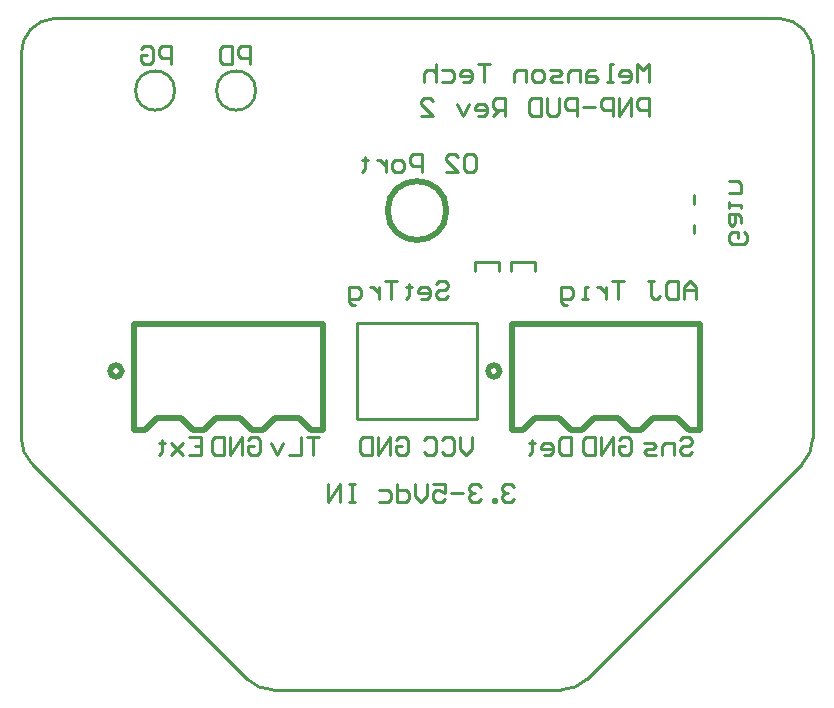
<source format=gbo>
G04*
G04 #@! TF.GenerationSoftware,Altium Limited,CircuitStudio,1.5.2 (1.5.2.30)*
G04*
G04 Layer_Color=13948096*
%FSLAX44Y44*%
%MOMM*%
G71*
G01*
G75*
%ADD23C,0.2540*%
%ADD37C,0.5000*%
D23*
X358453Y747250D02*
G03*
X358453Y747250I-16613J0D01*
G01*
X289873D02*
G03*
X289873Y747250I-16613J0D01*
G01*
X595260Y594300D02*
Y602300D01*
X574860Y594300D02*
Y602300D01*
X564260Y594300D02*
Y602300D01*
X574860D02*
X595260D01*
X544460Y594300D02*
Y602300D01*
X564260D01*
X443800Y469312D02*
Y550452D01*
X545400D01*
Y469452D02*
Y550452D01*
X443800Y469452D02*
X545400D01*
X729340Y626452D02*
Y633452D01*
Y651452D02*
Y658452D01*
X691090Y725750D02*
Y740985D01*
X683472D01*
X680933Y738446D01*
Y733367D01*
X683472Y730828D01*
X691090D01*
X675855Y725750D02*
Y740985D01*
X665698Y725750D01*
Y740985D01*
X660620Y725750D02*
Y740985D01*
X653002D01*
X650463Y738446D01*
Y733367D01*
X653002Y730828D01*
X660620D01*
X645385Y733367D02*
X635228D01*
X630149Y725750D02*
Y740985D01*
X622532D01*
X619993Y738446D01*
Y733367D01*
X622532Y730828D01*
X630149D01*
X614914Y740985D02*
Y728289D01*
X612375Y725750D01*
X607297D01*
X604758Y728289D01*
Y740985D01*
X599679D02*
Y725750D01*
X592062D01*
X589523Y728289D01*
Y738446D01*
X592062Y740985D01*
X599679D01*
X569209Y725750D02*
Y740985D01*
X561592D01*
X559053Y738446D01*
Y733367D01*
X561592Y730828D01*
X569209D01*
X564131D02*
X559053Y725750D01*
X546357D02*
X551435D01*
X553974Y728289D01*
Y733367D01*
X551435Y735907D01*
X546357D01*
X543817Y733367D01*
Y730828D01*
X553974D01*
X538739Y735907D02*
X533661Y725750D01*
X528582Y735907D01*
X498112Y725750D02*
X508269D01*
X498112Y735907D01*
Y738446D01*
X500651Y740985D01*
X505730D01*
X508269Y738446D01*
X691090Y754500D02*
Y769735D01*
X686012Y764657D01*
X680933Y769735D01*
Y754500D01*
X668237D02*
X673316D01*
X675855Y757039D01*
Y762117D01*
X673316Y764657D01*
X668237D01*
X665698Y762117D01*
Y759578D01*
X675855D01*
X660620Y754500D02*
X655541D01*
X658081D01*
Y769735D01*
X660620D01*
X645385Y764657D02*
X640306D01*
X637767Y762117D01*
Y754500D01*
X645385D01*
X647924Y757039D01*
X645385Y759578D01*
X637767D01*
X632689Y754500D02*
Y764657D01*
X625071D01*
X622532Y762117D01*
Y754500D01*
X617454D02*
X609836D01*
X607297Y757039D01*
X609836Y759578D01*
X614914D01*
X617454Y762117D01*
X614914Y764657D01*
X607297D01*
X599679Y754500D02*
X594601D01*
X592062Y757039D01*
Y762117D01*
X594601Y764657D01*
X599679D01*
X602219Y762117D01*
Y757039D01*
X599679Y754500D01*
X586983D02*
Y764657D01*
X579366D01*
X576827Y762117D01*
Y754500D01*
X556513Y769735D02*
X546357D01*
X551435D01*
Y754500D01*
X533661D02*
X538739D01*
X541278Y757039D01*
Y762117D01*
X538739Y764657D01*
X533661D01*
X531121Y762117D01*
Y759578D01*
X541278D01*
X515886Y764657D02*
X523504D01*
X526043Y762117D01*
Y757039D01*
X523504Y754500D01*
X515886D01*
X510808Y769735D02*
Y754500D01*
Y762117D01*
X508269Y764657D01*
X503191D01*
X500651Y762117D01*
Y754500D01*
X731260Y570500D02*
Y580657D01*
X726182Y585735D01*
X721103Y580657D01*
Y570500D01*
Y578117D01*
X731260D01*
X716025Y585735D02*
Y570500D01*
X708407D01*
X705868Y573039D01*
Y583196D01*
X708407Y585735D01*
X716025D01*
X690633D02*
X695712D01*
X693172D01*
Y573039D01*
X695712Y570500D01*
X698251D01*
X700790Y573039D01*
X670320Y585735D02*
X660163D01*
X665241D01*
Y570500D01*
X655085Y580657D02*
Y570500D01*
Y575578D01*
X652545Y578117D01*
X650006Y580657D01*
X647467D01*
X639850Y570500D02*
X634771D01*
X637310D01*
Y580657D01*
X639850D01*
X622075Y565421D02*
X619536D01*
X616997Y567961D01*
Y580657D01*
X624614D01*
X627154Y578117D01*
Y573039D01*
X624614Y570500D01*
X616997D01*
X510683Y583196D02*
X513222Y585735D01*
X518301D01*
X520840Y583196D01*
Y580657D01*
X518301Y578117D01*
X513222D01*
X510683Y575578D01*
Y573039D01*
X513222Y570500D01*
X518301D01*
X520840Y573039D01*
X497987Y570500D02*
X503066D01*
X505605Y573039D01*
Y578117D01*
X503066Y580657D01*
X497987D01*
X495448Y578117D01*
Y575578D01*
X505605D01*
X487831Y583196D02*
Y580657D01*
X490370D01*
X485291D01*
X487831D01*
Y573039D01*
X485291Y570500D01*
X477674Y585735D02*
X467517D01*
X472595D01*
Y570500D01*
X462439Y580657D02*
Y570500D01*
Y575578D01*
X459900Y578117D01*
X457360Y580657D01*
X454821D01*
X442125Y565421D02*
X439586D01*
X437047Y567961D01*
Y580657D01*
X444665D01*
X447204Y578117D01*
Y573039D01*
X444665Y570500D01*
X437047D01*
X537643Y693535D02*
X542721D01*
X545260Y690996D01*
Y680839D01*
X542721Y678300D01*
X537643D01*
X535103Y680839D01*
Y690996D01*
X537643Y693535D01*
X519868Y678300D02*
X530025D01*
X519868Y688457D01*
Y690996D01*
X522407Y693535D01*
X527486D01*
X530025Y690996D01*
X499555Y678300D02*
Y693535D01*
X491937D01*
X489398Y690996D01*
Y685918D01*
X491937Y683378D01*
X499555D01*
X481781Y678300D02*
X476702D01*
X474163Y680839D01*
Y685918D01*
X476702Y688457D01*
X481781D01*
X484320Y685918D01*
Y680839D01*
X481781Y678300D01*
X469085Y688457D02*
Y678300D01*
Y683378D01*
X466545Y685918D01*
X464006Y688457D01*
X461467D01*
X451310Y690996D02*
Y688457D01*
X453850D01*
X448771D01*
X451310D01*
Y680839D01*
X448771Y678300D01*
X353260Y769300D02*
Y784535D01*
X345643D01*
X343103Y781996D01*
Y776917D01*
X345643Y774378D01*
X353260D01*
X338025Y784535D02*
Y769300D01*
X330407D01*
X327868Y771839D01*
Y781996D01*
X330407Y784535D01*
X338025D01*
X286831Y769300D02*
Y784535D01*
X279213D01*
X276674Y781996D01*
Y776917D01*
X279213Y774378D01*
X286831D01*
X261439Y781996D02*
X263978Y784535D01*
X269057D01*
X271596Y781996D01*
Y771839D01*
X269057Y769300D01*
X263978D01*
X261439Y771839D01*
Y776917D01*
X266518D01*
X577105Y411898D02*
X574566Y414437D01*
X569487D01*
X566948Y411898D01*
Y409359D01*
X569487Y406820D01*
X572026D01*
X569487D01*
X566948Y404281D01*
Y401742D01*
X569487Y399202D01*
X574566D01*
X577105Y401742D01*
X561870Y399202D02*
Y401742D01*
X559330D01*
Y399202D01*
X561870D01*
X549174Y411898D02*
X546635Y414437D01*
X541556D01*
X539017Y411898D01*
Y409359D01*
X541556Y406820D01*
X544095D01*
X541556D01*
X539017Y404281D01*
Y401742D01*
X541556Y399202D01*
X546635D01*
X549174Y401742D01*
X533939Y406820D02*
X523782D01*
X508547Y414437D02*
X518704D01*
Y406820D01*
X513625Y409359D01*
X511086D01*
X508547Y406820D01*
Y401742D01*
X511086Y399202D01*
X516164D01*
X518704Y401742D01*
X503469Y414437D02*
Y404281D01*
X498390Y399202D01*
X493312Y404281D01*
Y414437D01*
X478077D02*
Y399202D01*
X485694D01*
X488233Y401742D01*
Y406820D01*
X485694Y409359D01*
X478077D01*
X462842D02*
X470459D01*
X472998Y406820D01*
Y401742D01*
X470459Y399202D01*
X462842D01*
X442528Y414437D02*
X437450D01*
X439989D01*
Y399202D01*
X442528D01*
X437450D01*
X429832D02*
Y414437D01*
X419676Y399202D01*
Y414437D01*
X351603Y450996D02*
X354142Y453535D01*
X359221D01*
X361760Y450996D01*
Y440839D01*
X359221Y438300D01*
X354142D01*
X351603Y440839D01*
Y445918D01*
X356682D01*
X346525Y438300D02*
Y453535D01*
X336368Y438300D01*
Y453535D01*
X331290D02*
Y438300D01*
X323672D01*
X321133Y440839D01*
Y450996D01*
X323672Y453535D01*
X331290D01*
X717603Y450996D02*
X720142Y453535D01*
X725221D01*
X727760Y450996D01*
Y448457D01*
X725221Y445918D01*
X720142D01*
X717603Y443378D01*
Y440839D01*
X720142Y438300D01*
X725221D01*
X727760Y440839D01*
X712525Y438300D02*
Y448457D01*
X704907D01*
X702368Y445918D01*
Y438300D01*
X697290D02*
X689672D01*
X687133Y440839D01*
X689672Y443378D01*
X694751D01*
X697290Y445918D01*
X694751Y448457D01*
X687133D01*
X625760Y453535D02*
Y438300D01*
X618142D01*
X615603Y440839D01*
Y450996D01*
X618142Y453535D01*
X625760D01*
X602907Y438300D02*
X607986D01*
X610525Y440839D01*
Y445918D01*
X607986Y448457D01*
X602907D01*
X600368Y445918D01*
Y443378D01*
X610525D01*
X592751Y450996D02*
Y448457D01*
X595290D01*
X590211D01*
X592751D01*
Y440839D01*
X590211Y438300D01*
X411760Y453535D02*
X401603D01*
X406682D01*
Y438300D01*
X396525Y453535D02*
Y438300D01*
X386368D01*
X381290Y448457D02*
X376211Y438300D01*
X371133Y448457D01*
X301603Y453535D02*
X311760D01*
Y438300D01*
X301603D01*
X311760Y445918D02*
X306682D01*
X296525Y448457D02*
X286368Y438300D01*
X291446Y443378D01*
X286368Y448457D01*
X296525Y438300D01*
X278751Y450996D02*
Y448457D01*
X281290D01*
X276211D01*
X278751D01*
Y440839D01*
X276211Y438300D01*
X541510Y453535D02*
Y443378D01*
X536432Y438300D01*
X531353Y443378D01*
Y453535D01*
X516118Y450996D02*
X518657Y453535D01*
X523736D01*
X526275Y450996D01*
Y440839D01*
X523736Y438300D01*
X518657D01*
X516118Y440839D01*
X500883Y450996D02*
X503422Y453535D01*
X508501D01*
X511040Y450996D01*
Y440839D01*
X508501Y438300D01*
X503422D01*
X500883Y440839D01*
X477353Y450996D02*
X479893Y453535D01*
X484971D01*
X487510Y450996D01*
Y440839D01*
X484971Y438300D01*
X479893D01*
X477353Y440839D01*
Y445918D01*
X482432D01*
X472275Y438300D02*
Y453535D01*
X462118Y438300D01*
Y453535D01*
X457040D02*
Y438300D01*
X449422D01*
X446883Y440839D01*
Y450996D01*
X449422Y453535D01*
X457040D01*
X665603Y450996D02*
X668142Y453535D01*
X673221D01*
X675760Y450996D01*
Y440839D01*
X673221Y438300D01*
X668142D01*
X665603Y440839D01*
Y445918D01*
X670682D01*
X660525Y438300D02*
Y453535D01*
X650368Y438300D01*
Y453535D01*
X645290D02*
Y438300D01*
X637672D01*
X635133Y440839D01*
Y450996D01*
X637672Y453535D01*
X645290D01*
X772036Y627609D02*
X774575Y625070D01*
Y619991D01*
X772036Y617452D01*
X761879D01*
X759340Y619991D01*
Y625070D01*
X761879Y627609D01*
X766957D01*
Y622531D01*
X769497Y635227D02*
Y640305D01*
X766957Y642844D01*
X759340D01*
Y635227D01*
X761879Y632687D01*
X764418Y635227D01*
Y642844D01*
X759340Y647923D02*
Y653001D01*
Y650462D01*
X769497D01*
Y647923D01*
X759340Y660618D02*
X769497D01*
Y668236D01*
X766957Y670775D01*
X759340D01*
X160000Y452700D02*
G03*
X168980Y431020I30661J0D01*
G01*
X351020Y248980D02*
G03*
X372700Y240000I21680J21680D01*
G01*
X617300D02*
G03*
X638980Y248980I0J30661D01*
G01*
X821020Y431020D02*
G03*
X830000Y452700I-21680J21680D01*
G01*
Y778300D02*
G03*
X801580Y808300I-29210J790D01*
G01*
X188420D02*
G03*
X160000Y778300I790J-29210D01*
G01*
Y452700D02*
Y458300D01*
X168980Y431020D02*
X351020Y248980D01*
X372700Y240000D02*
X617300D01*
X638980Y248980D02*
X821020Y431020D01*
X830000Y452700D02*
Y458300D01*
X188420Y808300D02*
X801580D01*
X830000Y458300D02*
Y778300D01*
X160000Y458300D02*
Y778300D01*
D37*
X519886Y645610D02*
G03*
X519886Y645610I-24886J0D01*
G01*
X565000Y509750D02*
G03*
X565000Y509750I-5000J0D01*
G01*
X245000D02*
G03*
X245000Y509750I-5000J0D01*
G01*
X725000Y459750D02*
X735000D01*
X675000D02*
X685000D01*
X625000D02*
X635000D01*
X685000D02*
X695000Y469750D01*
X715000D02*
X725000Y459750D01*
X665000Y469750D02*
X675000Y459750D01*
X635000D02*
X645000Y469750D01*
X615000D02*
X625000Y459750D01*
X575000D02*
X585000D01*
X595000Y469750D01*
X695000D02*
X715000D01*
X645000D02*
X665000D01*
X595000D02*
X615000D01*
X735000Y459750D02*
Y549750D01*
X575000D02*
X735000D01*
X575000Y459750D02*
Y549750D01*
X405000Y459750D02*
X415000D01*
X355000D02*
X365000D01*
X305000D02*
X315000D01*
X365000D02*
X375000Y469750D01*
X395000D02*
X405000Y459750D01*
X345000Y469750D02*
X355000Y459750D01*
X315000D02*
X325000Y469750D01*
X295000D02*
X305000Y459750D01*
X255000D02*
X265000D01*
X275000Y469750D01*
X375000D02*
X395000D01*
X325000D02*
X345000D01*
X275000D02*
X295000D01*
X415000Y459750D02*
Y549750D01*
X255000D02*
X415000D01*
X255000Y459750D02*
Y549750D01*
M02*

</source>
